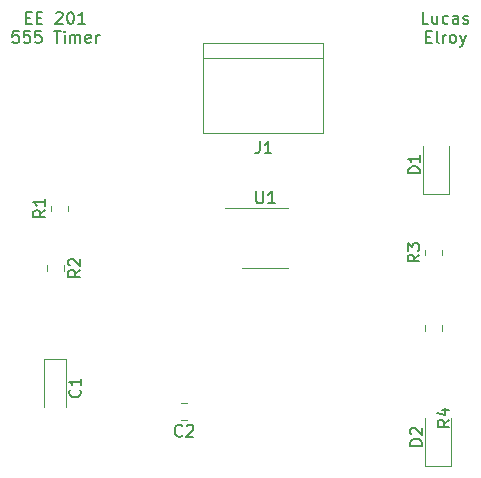
<source format=gbr>
%TF.GenerationSoftware,KiCad,Pcbnew,(6.0.10)*%
%TF.CreationDate,2023-02-17T15:18:55-08:00*%
%TF.ProjectId,ee210,65653231-302e-46b6-9963-61645f706362,rev?*%
%TF.SameCoordinates,Original*%
%TF.FileFunction,Legend,Top*%
%TF.FilePolarity,Positive*%
%FSLAX46Y46*%
G04 Gerber Fmt 4.6, Leading zero omitted, Abs format (unit mm)*
G04 Created by KiCad (PCBNEW (6.0.10)) date 2023-02-17 15:18:55*
%MOMM*%
%LPD*%
G01*
G04 APERTURE LIST*
%ADD10C,0.150000*%
%ADD11C,0.120000*%
G04 APERTURE END LIST*
D10*
X134683809Y-80403571D02*
X135017142Y-80403571D01*
X135160000Y-80927380D02*
X134683809Y-80927380D01*
X134683809Y-79927380D01*
X135160000Y-79927380D01*
X135588571Y-80403571D02*
X135921904Y-80403571D01*
X136064761Y-80927380D02*
X135588571Y-80927380D01*
X135588571Y-79927380D01*
X136064761Y-79927380D01*
X137207619Y-80022619D02*
X137255238Y-79975000D01*
X137350476Y-79927380D01*
X137588571Y-79927380D01*
X137683809Y-79975000D01*
X137731428Y-80022619D01*
X137779047Y-80117857D01*
X137779047Y-80213095D01*
X137731428Y-80355952D01*
X137160000Y-80927380D01*
X137779047Y-80927380D01*
X138398095Y-79927380D02*
X138493333Y-79927380D01*
X138588571Y-79975000D01*
X138636190Y-80022619D01*
X138683809Y-80117857D01*
X138731428Y-80308333D01*
X138731428Y-80546428D01*
X138683809Y-80736904D01*
X138636190Y-80832142D01*
X138588571Y-80879761D01*
X138493333Y-80927380D01*
X138398095Y-80927380D01*
X138302857Y-80879761D01*
X138255238Y-80832142D01*
X138207619Y-80736904D01*
X138160000Y-80546428D01*
X138160000Y-80308333D01*
X138207619Y-80117857D01*
X138255238Y-80022619D01*
X138302857Y-79975000D01*
X138398095Y-79927380D01*
X139683809Y-80927380D02*
X139112380Y-80927380D01*
X139398095Y-80927380D02*
X139398095Y-79927380D01*
X139302857Y-80070238D01*
X139207619Y-80165476D01*
X139112380Y-80213095D01*
X134040952Y-81537380D02*
X133564761Y-81537380D01*
X133517142Y-82013571D01*
X133564761Y-81965952D01*
X133660000Y-81918333D01*
X133898095Y-81918333D01*
X133993333Y-81965952D01*
X134040952Y-82013571D01*
X134088571Y-82108809D01*
X134088571Y-82346904D01*
X134040952Y-82442142D01*
X133993333Y-82489761D01*
X133898095Y-82537380D01*
X133660000Y-82537380D01*
X133564761Y-82489761D01*
X133517142Y-82442142D01*
X134993333Y-81537380D02*
X134517142Y-81537380D01*
X134469523Y-82013571D01*
X134517142Y-81965952D01*
X134612380Y-81918333D01*
X134850476Y-81918333D01*
X134945714Y-81965952D01*
X134993333Y-82013571D01*
X135040952Y-82108809D01*
X135040952Y-82346904D01*
X134993333Y-82442142D01*
X134945714Y-82489761D01*
X134850476Y-82537380D01*
X134612380Y-82537380D01*
X134517142Y-82489761D01*
X134469523Y-82442142D01*
X135945714Y-81537380D02*
X135469523Y-81537380D01*
X135421904Y-82013571D01*
X135469523Y-81965952D01*
X135564761Y-81918333D01*
X135802857Y-81918333D01*
X135898095Y-81965952D01*
X135945714Y-82013571D01*
X135993333Y-82108809D01*
X135993333Y-82346904D01*
X135945714Y-82442142D01*
X135898095Y-82489761D01*
X135802857Y-82537380D01*
X135564761Y-82537380D01*
X135469523Y-82489761D01*
X135421904Y-82442142D01*
X137040952Y-81537380D02*
X137612380Y-81537380D01*
X137326666Y-82537380D02*
X137326666Y-81537380D01*
X137945714Y-82537380D02*
X137945714Y-81870714D01*
X137945714Y-81537380D02*
X137898095Y-81585000D01*
X137945714Y-81632619D01*
X137993333Y-81585000D01*
X137945714Y-81537380D01*
X137945714Y-81632619D01*
X138421904Y-82537380D02*
X138421904Y-81870714D01*
X138421904Y-81965952D02*
X138469523Y-81918333D01*
X138564761Y-81870714D01*
X138707619Y-81870714D01*
X138802857Y-81918333D01*
X138850476Y-82013571D01*
X138850476Y-82537380D01*
X138850476Y-82013571D02*
X138898095Y-81918333D01*
X138993333Y-81870714D01*
X139136190Y-81870714D01*
X139231428Y-81918333D01*
X139279047Y-82013571D01*
X139279047Y-82537380D01*
X140136190Y-82489761D02*
X140040952Y-82537380D01*
X139850476Y-82537380D01*
X139755238Y-82489761D01*
X139707619Y-82394523D01*
X139707619Y-82013571D01*
X139755238Y-81918333D01*
X139850476Y-81870714D01*
X140040952Y-81870714D01*
X140136190Y-81918333D01*
X140183809Y-82013571D01*
X140183809Y-82108809D01*
X139707619Y-82204047D01*
X140612380Y-82537380D02*
X140612380Y-81870714D01*
X140612380Y-82061190D02*
X140660000Y-81965952D01*
X140707619Y-81918333D01*
X140802857Y-81870714D01*
X140898095Y-81870714D01*
X168751428Y-80927380D02*
X168275238Y-80927380D01*
X168275238Y-79927380D01*
X169513333Y-80260714D02*
X169513333Y-80927380D01*
X169084761Y-80260714D02*
X169084761Y-80784523D01*
X169132380Y-80879761D01*
X169227619Y-80927380D01*
X169370476Y-80927380D01*
X169465714Y-80879761D01*
X169513333Y-80832142D01*
X170418095Y-80879761D02*
X170322857Y-80927380D01*
X170132380Y-80927380D01*
X170037142Y-80879761D01*
X169989523Y-80832142D01*
X169941904Y-80736904D01*
X169941904Y-80451190D01*
X169989523Y-80355952D01*
X170037142Y-80308333D01*
X170132380Y-80260714D01*
X170322857Y-80260714D01*
X170418095Y-80308333D01*
X171275238Y-80927380D02*
X171275238Y-80403571D01*
X171227619Y-80308333D01*
X171132380Y-80260714D01*
X170941904Y-80260714D01*
X170846666Y-80308333D01*
X171275238Y-80879761D02*
X171180000Y-80927380D01*
X170941904Y-80927380D01*
X170846666Y-80879761D01*
X170799047Y-80784523D01*
X170799047Y-80689285D01*
X170846666Y-80594047D01*
X170941904Y-80546428D01*
X171180000Y-80546428D01*
X171275238Y-80498809D01*
X171703809Y-80879761D02*
X171799047Y-80927380D01*
X171989523Y-80927380D01*
X172084761Y-80879761D01*
X172132380Y-80784523D01*
X172132380Y-80736904D01*
X172084761Y-80641666D01*
X171989523Y-80594047D01*
X171846666Y-80594047D01*
X171751428Y-80546428D01*
X171703809Y-80451190D01*
X171703809Y-80403571D01*
X171751428Y-80308333D01*
X171846666Y-80260714D01*
X171989523Y-80260714D01*
X172084761Y-80308333D01*
X168560952Y-82013571D02*
X168894285Y-82013571D01*
X169037142Y-82537380D02*
X168560952Y-82537380D01*
X168560952Y-81537380D01*
X169037142Y-81537380D01*
X169608571Y-82537380D02*
X169513333Y-82489761D01*
X169465714Y-82394523D01*
X169465714Y-81537380D01*
X169989523Y-82537380D02*
X169989523Y-81870714D01*
X169989523Y-82061190D02*
X170037142Y-81965952D01*
X170084761Y-81918333D01*
X170180000Y-81870714D01*
X170275238Y-81870714D01*
X170751428Y-82537380D02*
X170656190Y-82489761D01*
X170608571Y-82442142D01*
X170560952Y-82346904D01*
X170560952Y-82061190D01*
X170608571Y-81965952D01*
X170656190Y-81918333D01*
X170751428Y-81870714D01*
X170894285Y-81870714D01*
X170989523Y-81918333D01*
X171037142Y-81965952D01*
X171084761Y-82061190D01*
X171084761Y-82346904D01*
X171037142Y-82442142D01*
X170989523Y-82489761D01*
X170894285Y-82537380D01*
X170751428Y-82537380D01*
X171418095Y-81870714D02*
X171656190Y-82537380D01*
X171894285Y-81870714D02*
X171656190Y-82537380D01*
X171560952Y-82775476D01*
X171513333Y-82823095D01*
X171418095Y-82870714D01*
%TO.C,U1*%
X154178095Y-95112380D02*
X154178095Y-95921904D01*
X154225714Y-96017142D01*
X154273333Y-96064761D01*
X154368571Y-96112380D01*
X154559047Y-96112380D01*
X154654285Y-96064761D01*
X154701904Y-96017142D01*
X154749523Y-95921904D01*
X154749523Y-95112380D01*
X155749523Y-96112380D02*
X155178095Y-96112380D01*
X155463809Y-96112380D02*
X155463809Y-95112380D01*
X155368571Y-95255238D01*
X155273333Y-95350476D01*
X155178095Y-95398095D01*
%TO.C,J1*%
X154446666Y-90892380D02*
X154446666Y-91606666D01*
X154399047Y-91749523D01*
X154303809Y-91844761D01*
X154160952Y-91892380D01*
X154065714Y-91892380D01*
X155446666Y-91892380D02*
X154875238Y-91892380D01*
X155160952Y-91892380D02*
X155160952Y-90892380D01*
X155065714Y-91035238D01*
X154970476Y-91130476D01*
X154875238Y-91178095D01*
%TO.C,R1*%
X136307380Y-96709566D02*
X135831190Y-97042900D01*
X136307380Y-97280995D02*
X135307380Y-97280995D01*
X135307380Y-96900042D01*
X135355000Y-96804804D01*
X135402619Y-96757185D01*
X135497857Y-96709566D01*
X135640714Y-96709566D01*
X135735952Y-96757185D01*
X135783571Y-96804804D01*
X135831190Y-96900042D01*
X135831190Y-97280995D01*
X136307380Y-95757185D02*
X136307380Y-96328614D01*
X136307380Y-96042900D02*
X135307380Y-96042900D01*
X135450238Y-96138138D01*
X135545476Y-96233376D01*
X135593095Y-96328614D01*
%TO.C,C1*%
X139224642Y-111926666D02*
X139272261Y-111974285D01*
X139319880Y-112117142D01*
X139319880Y-112212380D01*
X139272261Y-112355238D01*
X139177023Y-112450476D01*
X139081785Y-112498095D01*
X138891309Y-112545714D01*
X138748452Y-112545714D01*
X138557976Y-112498095D01*
X138462738Y-112450476D01*
X138367500Y-112355238D01*
X138319880Y-112212380D01*
X138319880Y-112117142D01*
X138367500Y-111974285D01*
X138415119Y-111926666D01*
X139319880Y-110974285D02*
X139319880Y-111545714D01*
X139319880Y-111260000D02*
X138319880Y-111260000D01*
X138462738Y-111355238D01*
X138557976Y-111450476D01*
X138605595Y-111545714D01*
%TO.C,R2*%
X139262380Y-101766666D02*
X138786190Y-102100000D01*
X139262380Y-102338095D02*
X138262380Y-102338095D01*
X138262380Y-101957142D01*
X138310000Y-101861904D01*
X138357619Y-101814285D01*
X138452857Y-101766666D01*
X138595714Y-101766666D01*
X138690952Y-101814285D01*
X138738571Y-101861904D01*
X138786190Y-101957142D01*
X138786190Y-102338095D01*
X138357619Y-101385714D02*
X138310000Y-101338095D01*
X138262380Y-101242857D01*
X138262380Y-101004761D01*
X138310000Y-100909523D01*
X138357619Y-100861904D01*
X138452857Y-100814285D01*
X138548095Y-100814285D01*
X138690952Y-100861904D01*
X139262380Y-101433333D01*
X139262380Y-100814285D01*
%TO.C,C2*%
X147892033Y-115782142D02*
X147844414Y-115829761D01*
X147701557Y-115877380D01*
X147606319Y-115877380D01*
X147463461Y-115829761D01*
X147368223Y-115734523D01*
X147320604Y-115639285D01*
X147272985Y-115448809D01*
X147272985Y-115305952D01*
X147320604Y-115115476D01*
X147368223Y-115020238D01*
X147463461Y-114925000D01*
X147606319Y-114877380D01*
X147701557Y-114877380D01*
X147844414Y-114925000D01*
X147892033Y-114972619D01*
X148272985Y-114972619D02*
X148320604Y-114925000D01*
X148415842Y-114877380D01*
X148653938Y-114877380D01*
X148749176Y-114925000D01*
X148796795Y-114972619D01*
X148844414Y-115067857D01*
X148844414Y-115163095D01*
X148796795Y-115305952D01*
X148225366Y-115877380D01*
X148844414Y-115877380D01*
%TO.C,R3*%
X167982380Y-100476666D02*
X167506190Y-100810000D01*
X167982380Y-101048095D02*
X166982380Y-101048095D01*
X166982380Y-100667142D01*
X167030000Y-100571904D01*
X167077619Y-100524285D01*
X167172857Y-100476666D01*
X167315714Y-100476666D01*
X167410952Y-100524285D01*
X167458571Y-100571904D01*
X167506190Y-100667142D01*
X167506190Y-101048095D01*
X166982380Y-100143333D02*
X166982380Y-99524285D01*
X167363333Y-99857619D01*
X167363333Y-99714761D01*
X167410952Y-99619523D01*
X167458571Y-99571904D01*
X167553809Y-99524285D01*
X167791904Y-99524285D01*
X167887142Y-99571904D01*
X167934761Y-99619523D01*
X167982380Y-99714761D01*
X167982380Y-100000476D01*
X167934761Y-100095714D01*
X167887142Y-100143333D01*
%TO.C,R4*%
X170522380Y-114466666D02*
X170046190Y-114800000D01*
X170522380Y-115038095D02*
X169522380Y-115038095D01*
X169522380Y-114657142D01*
X169570000Y-114561904D01*
X169617619Y-114514285D01*
X169712857Y-114466666D01*
X169855714Y-114466666D01*
X169950952Y-114514285D01*
X169998571Y-114561904D01*
X170046190Y-114657142D01*
X170046190Y-115038095D01*
X169855714Y-113609523D02*
X170522380Y-113609523D01*
X169474761Y-113847619D02*
X170189047Y-114085714D01*
X170189047Y-113466666D01*
%TO.C,D1*%
X168012380Y-93578095D02*
X167012380Y-93578095D01*
X167012380Y-93340000D01*
X167060000Y-93197142D01*
X167155238Y-93101904D01*
X167250476Y-93054285D01*
X167440952Y-93006666D01*
X167583809Y-93006666D01*
X167774285Y-93054285D01*
X167869523Y-93101904D01*
X167964761Y-93197142D01*
X168012380Y-93340000D01*
X168012380Y-93578095D01*
X168012380Y-92054285D02*
X168012380Y-92625714D01*
X168012380Y-92340000D02*
X167012380Y-92340000D01*
X167155238Y-92435238D01*
X167250476Y-92530476D01*
X167298095Y-92625714D01*
%TO.C,D2*%
X168192380Y-116638095D02*
X167192380Y-116638095D01*
X167192380Y-116400000D01*
X167240000Y-116257142D01*
X167335238Y-116161904D01*
X167430476Y-116114285D01*
X167620952Y-116066666D01*
X167763809Y-116066666D01*
X167954285Y-116114285D01*
X168049523Y-116161904D01*
X168144761Y-116257142D01*
X168192380Y-116400000D01*
X168192380Y-116638095D01*
X167287619Y-115685714D02*
X167240000Y-115638095D01*
X167192380Y-115542857D01*
X167192380Y-115304761D01*
X167240000Y-115209523D01*
X167287619Y-115161904D01*
X167382857Y-115114285D01*
X167478095Y-115114285D01*
X167620952Y-115161904D01*
X168192380Y-115733333D01*
X168192380Y-115114285D01*
D11*
%TO.C,U1*%
X154940000Y-101620000D02*
X152990000Y-101620000D01*
X154940000Y-96500000D02*
X156890000Y-96500000D01*
X154940000Y-96500000D02*
X151490000Y-96500000D01*
X154940000Y-101620000D02*
X156890000Y-101620000D01*
%TO.C,J1*%
X159860000Y-90170000D02*
X159860000Y-82550000D01*
X149700000Y-82550000D02*
X149700000Y-90170000D01*
X159860000Y-82550000D02*
X149700000Y-82550000D01*
X149700000Y-83820000D02*
X159860000Y-83820000D01*
X149700000Y-90170000D02*
X159860000Y-90170000D01*
%TO.C,R1*%
X136770000Y-96769964D02*
X136770000Y-96315836D01*
X138240000Y-96769964D02*
X138240000Y-96315836D01*
%TO.C,C1*%
X138052500Y-109275000D02*
X136182500Y-109275000D01*
X136182500Y-109275000D02*
X136182500Y-113360000D01*
X138052500Y-113360000D02*
X138052500Y-109275000D01*
%TO.C,R2*%
X137895000Y-101372936D02*
X137895000Y-101827064D01*
X136425000Y-101372936D02*
X136425000Y-101827064D01*
%TO.C,C2*%
X148319952Y-114480000D02*
X147797448Y-114480000D01*
X148319952Y-113010000D02*
X147797448Y-113010000D01*
%TO.C,R3*%
X169915000Y-100537064D02*
X169915000Y-100082936D01*
X168445000Y-100537064D02*
X168445000Y-100082936D01*
%TO.C,R4*%
X168445000Y-106907064D02*
X168445000Y-106452936D01*
X169915000Y-106907064D02*
X169915000Y-106452936D01*
%TO.C,D1*%
X170515000Y-95300000D02*
X170515000Y-91240000D01*
X168245000Y-95300000D02*
X170515000Y-95300000D01*
X168245000Y-91240000D02*
X168245000Y-95300000D01*
%TO.C,D2*%
X170695000Y-118360000D02*
X170695000Y-114300000D01*
X168425000Y-118360000D02*
X170695000Y-118360000D01*
X168425000Y-114300000D02*
X168425000Y-118360000D01*
%TD*%
M02*

</source>
